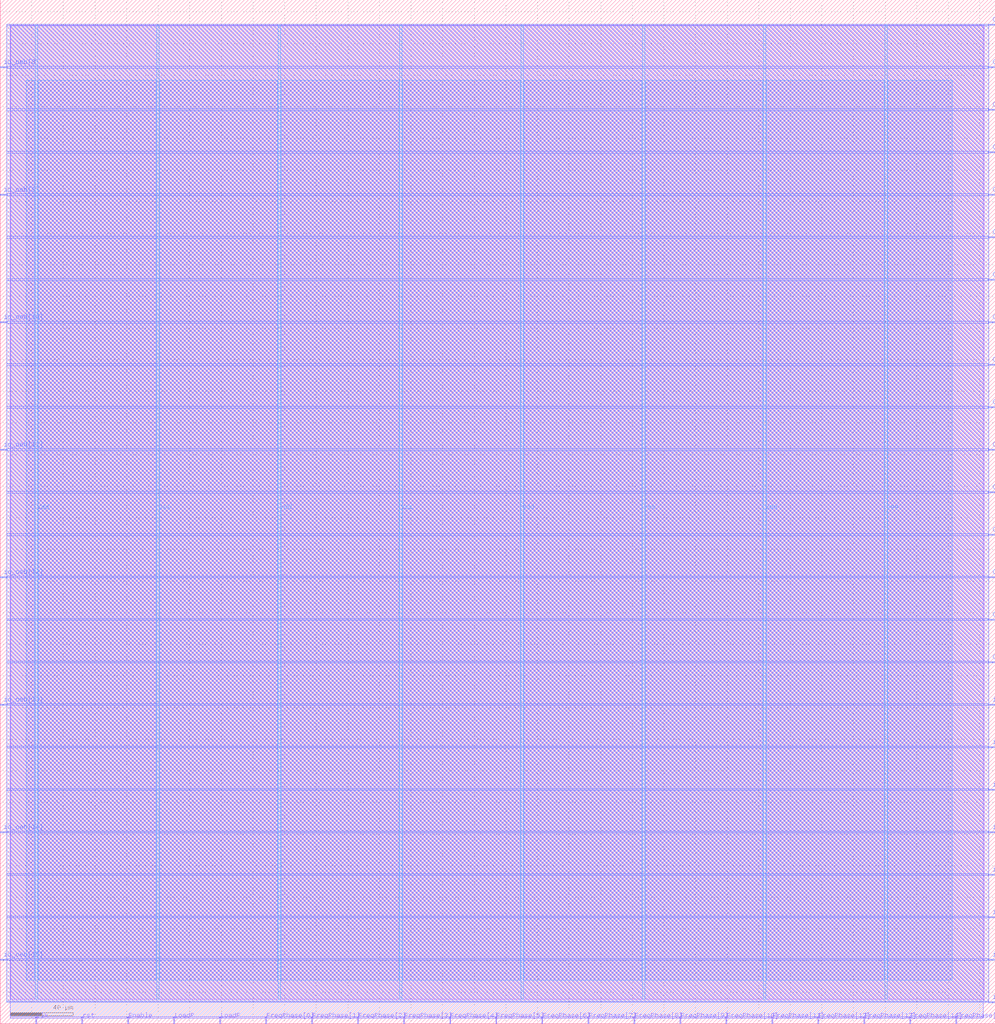
<source format=lef>
VERSION 5.7 ;
  NOWIREEXTENSIONATPIN ON ;
  DIVIDERCHAR "/" ;
  BUSBITCHARS "[]" ;
MACRO DDS_Module
  CLASS BLOCK ;
  FOREIGN DDS_Module ;
  ORIGIN 0.000 0.000 ;
  SIZE 629.660 BY 647.580 ;
  PIN Cos_Out[0]
    DIRECTION OUTPUT TRISTATE ;
    USE SIGNAL ;
    ANTENNADIFFAREA 4.731200 ;
    PORT
      LAYER Metal3 ;
        RECT 625.660 228.480 629.660 229.040 ;
    END
  END Cos_Out[0]
  PIN Cos_Out[10]
    DIRECTION OUTPUT TRISTATE ;
    USE SIGNAL ;
    ANTENNADIFFAREA 4.731200 ;
    PORT
      LAYER Metal3 ;
        RECT 625.660 497.280 629.660 497.840 ;
    END
  END Cos_Out[10]
  PIN Cos_Out[11]
    DIRECTION OUTPUT TRISTATE ;
    USE SIGNAL ;
    ANTENNADIFFAREA 4.731200 ;
    PORT
      LAYER Metal3 ;
        RECT 625.660 524.160 629.660 524.720 ;
    END
  END Cos_Out[11]
  PIN Cos_Out[12]
    DIRECTION OUTPUT TRISTATE ;
    USE SIGNAL ;
    ANTENNADIFFAREA 4.731200 ;
    PORT
      LAYER Metal3 ;
        RECT 625.660 551.040 629.660 551.600 ;
    END
  END Cos_Out[12]
  PIN Cos_Out[13]
    DIRECTION OUTPUT TRISTATE ;
    USE SIGNAL ;
    ANTENNADIFFAREA 4.731200 ;
    PORT
      LAYER Metal3 ;
        RECT 625.660 577.920 629.660 578.480 ;
    END
  END Cos_Out[13]
  PIN Cos_Out[14]
    DIRECTION OUTPUT TRISTATE ;
    USE SIGNAL ;
    ANTENNADIFFAREA 4.731200 ;
    PORT
      LAYER Metal3 ;
        RECT 625.660 604.800 629.660 605.360 ;
    END
  END Cos_Out[14]
  PIN Cos_Out[15]
    DIRECTION OUTPUT TRISTATE ;
    USE SIGNAL ;
    ANTENNADIFFAREA 4.731200 ;
    PORT
      LAYER Metal3 ;
        RECT 625.660 631.680 629.660 632.240 ;
    END
  END Cos_Out[15]
  PIN Cos_Out[1]
    DIRECTION OUTPUT TRISTATE ;
    USE SIGNAL ;
    ANTENNADIFFAREA 4.731200 ;
    PORT
      LAYER Metal3 ;
        RECT 625.660 255.360 629.660 255.920 ;
    END
  END Cos_Out[1]
  PIN Cos_Out[2]
    DIRECTION OUTPUT TRISTATE ;
    USE SIGNAL ;
    ANTENNADIFFAREA 4.731200 ;
    PORT
      LAYER Metal3 ;
        RECT 625.660 282.240 629.660 282.800 ;
    END
  END Cos_Out[2]
  PIN Cos_Out[3]
    DIRECTION OUTPUT TRISTATE ;
    USE SIGNAL ;
    ANTENNADIFFAREA 4.731200 ;
    PORT
      LAYER Metal3 ;
        RECT 625.660 309.120 629.660 309.680 ;
    END
  END Cos_Out[3]
  PIN Cos_Out[4]
    DIRECTION OUTPUT TRISTATE ;
    USE SIGNAL ;
    ANTENNADIFFAREA 4.731200 ;
    PORT
      LAYER Metal3 ;
        RECT 625.660 336.000 629.660 336.560 ;
    END
  END Cos_Out[4]
  PIN Cos_Out[5]
    DIRECTION OUTPUT TRISTATE ;
    USE SIGNAL ;
    ANTENNADIFFAREA 4.731200 ;
    PORT
      LAYER Metal3 ;
        RECT 625.660 362.880 629.660 363.440 ;
    END
  END Cos_Out[5]
  PIN Cos_Out[6]
    DIRECTION OUTPUT TRISTATE ;
    USE SIGNAL ;
    ANTENNADIFFAREA 4.731200 ;
    PORT
      LAYER Metal3 ;
        RECT 625.660 389.760 629.660 390.320 ;
    END
  END Cos_Out[6]
  PIN Cos_Out[7]
    DIRECTION OUTPUT TRISTATE ;
    USE SIGNAL ;
    ANTENNADIFFAREA 4.731200 ;
    PORT
      LAYER Metal3 ;
        RECT 625.660 416.640 629.660 417.200 ;
    END
  END Cos_Out[7]
  PIN Cos_Out[8]
    DIRECTION OUTPUT TRISTATE ;
    USE SIGNAL ;
    ANTENNADIFFAREA 4.731200 ;
    PORT
      LAYER Metal3 ;
        RECT 625.660 443.520 629.660 444.080 ;
    END
  END Cos_Out[8]
  PIN Cos_Out[9]
    DIRECTION OUTPUT TRISTATE ;
    USE SIGNAL ;
    ANTENNADIFFAREA 4.731200 ;
    PORT
      LAYER Metal3 ;
        RECT 625.660 470.400 629.660 470.960 ;
    END
  END Cos_Out[9]
  PIN Enable
    DIRECTION INPUT ;
    USE SIGNAL ;
    ANTENNAGATEAREA 0.396000 ;
    ANTENNADIFFAREA 0.410400 ;
    PORT
      LAYER Metal2 ;
        RECT 80.640 0.000 81.200 4.000 ;
    END
  END Enable
  PIN FreqPhase[0]
    DIRECTION INPUT ;
    USE SIGNAL ;
    ANTENNAGATEAREA 0.396000 ;
    ANTENNADIFFAREA 0.410400 ;
    PORT
      LAYER Metal2 ;
        RECT 168.000 0.000 168.560 4.000 ;
    END
  END FreqPhase[0]
  PIN FreqPhase[10]
    DIRECTION INPUT ;
    USE SIGNAL ;
    ANTENNAGATEAREA 0.396000 ;
    ANTENNADIFFAREA 0.410400 ;
    PORT
      LAYER Metal2 ;
        RECT 459.200 0.000 459.760 4.000 ;
    END
  END FreqPhase[10]
  PIN FreqPhase[11]
    DIRECTION INPUT ;
    USE SIGNAL ;
    ANTENNAGATEAREA 0.396000 ;
    ANTENNADIFFAREA 0.410400 ;
    PORT
      LAYER Metal2 ;
        RECT 488.320 0.000 488.880 4.000 ;
    END
  END FreqPhase[11]
  PIN FreqPhase[12]
    DIRECTION INPUT ;
    USE SIGNAL ;
    ANTENNAGATEAREA 0.396000 ;
    ANTENNADIFFAREA 0.410400 ;
    PORT
      LAYER Metal2 ;
        RECT 517.440 0.000 518.000 4.000 ;
    END
  END FreqPhase[12]
  PIN FreqPhase[13]
    DIRECTION INPUT ;
    USE SIGNAL ;
    ANTENNAGATEAREA 0.396000 ;
    ANTENNADIFFAREA 0.410400 ;
    PORT
      LAYER Metal2 ;
        RECT 546.560 0.000 547.120 4.000 ;
    END
  END FreqPhase[13]
  PIN FreqPhase[14]
    DIRECTION INPUT ;
    USE SIGNAL ;
    ANTENNAGATEAREA 0.396000 ;
    ANTENNADIFFAREA 0.410400 ;
    PORT
      LAYER Metal2 ;
        RECT 575.680 0.000 576.240 4.000 ;
    END
  END FreqPhase[14]
  PIN FreqPhase[15]
    DIRECTION INPUT ;
    USE SIGNAL ;
    PORT
      LAYER Metal2 ;
        RECT 604.800 0.000 605.360 4.000 ;
    END
  END FreqPhase[15]
  PIN FreqPhase[1]
    DIRECTION INPUT ;
    USE SIGNAL ;
    ANTENNAGATEAREA 0.396000 ;
    ANTENNADIFFAREA 0.410400 ;
    PORT
      LAYER Metal2 ;
        RECT 197.120 0.000 197.680 4.000 ;
    END
  END FreqPhase[1]
  PIN FreqPhase[2]
    DIRECTION INPUT ;
    USE SIGNAL ;
    ANTENNAGATEAREA 0.396000 ;
    ANTENNADIFFAREA 0.410400 ;
    PORT
      LAYER Metal2 ;
        RECT 226.240 0.000 226.800 4.000 ;
    END
  END FreqPhase[2]
  PIN FreqPhase[3]
    DIRECTION INPUT ;
    USE SIGNAL ;
    ANTENNAGATEAREA 0.396000 ;
    ANTENNADIFFAREA 0.410400 ;
    PORT
      LAYER Metal2 ;
        RECT 255.360 0.000 255.920 4.000 ;
    END
  END FreqPhase[3]
  PIN FreqPhase[4]
    DIRECTION INPUT ;
    USE SIGNAL ;
    ANTENNAGATEAREA 0.396000 ;
    ANTENNADIFFAREA 0.410400 ;
    PORT
      LAYER Metal2 ;
        RECT 284.480 0.000 285.040 4.000 ;
    END
  END FreqPhase[4]
  PIN FreqPhase[5]
    DIRECTION INPUT ;
    USE SIGNAL ;
    ANTENNAGATEAREA 0.396000 ;
    ANTENNADIFFAREA 0.410400 ;
    PORT
      LAYER Metal2 ;
        RECT 313.600 0.000 314.160 4.000 ;
    END
  END FreqPhase[5]
  PIN FreqPhase[6]
    DIRECTION INPUT ;
    USE SIGNAL ;
    ANTENNAGATEAREA 0.396000 ;
    ANTENNADIFFAREA 0.410400 ;
    PORT
      LAYER Metal2 ;
        RECT 342.720 0.000 343.280 4.000 ;
    END
  END FreqPhase[6]
  PIN FreqPhase[7]
    DIRECTION INPUT ;
    USE SIGNAL ;
    ANTENNAGATEAREA 0.396000 ;
    ANTENNADIFFAREA 0.410400 ;
    PORT
      LAYER Metal2 ;
        RECT 371.840 0.000 372.400 4.000 ;
    END
  END FreqPhase[7]
  PIN FreqPhase[8]
    DIRECTION INPUT ;
    USE SIGNAL ;
    ANTENNAGATEAREA 0.396000 ;
    ANTENNADIFFAREA 0.410400 ;
    PORT
      LAYER Metal2 ;
        RECT 400.960 0.000 401.520 4.000 ;
    END
  END FreqPhase[8]
  PIN FreqPhase[9]
    DIRECTION INPUT ;
    USE SIGNAL ;
    ANTENNAGATEAREA 0.396000 ;
    ANTENNADIFFAREA 0.410400 ;
    PORT
      LAYER Metal2 ;
        RECT 430.080 0.000 430.640 4.000 ;
    END
  END FreqPhase[9]
  PIN LoadF
    DIRECTION INPUT ;
    USE SIGNAL ;
    ANTENNAGATEAREA 0.396000 ;
    ANTENNADIFFAREA 0.410400 ;
    PORT
      LAYER Metal2 ;
        RECT 138.880 0.000 139.440 4.000 ;
    END
  END LoadF
  PIN LoadP
    DIRECTION INPUT ;
    USE SIGNAL ;
    ANTENNAGATEAREA 0.396000 ;
    ANTENNADIFFAREA 0.410400 ;
    PORT
      LAYER Metal2 ;
        RECT 109.760 0.000 110.320 4.000 ;
    END
  END LoadP
  PIN clk
    DIRECTION INPUT ;
    USE SIGNAL ;
    ANTENNAGATEAREA 4.738000 ;
    ANTENNADIFFAREA 0.410400 ;
    PORT
      LAYER Metal2 ;
        RECT 22.400 0.000 22.960 4.000 ;
    END
  END clk
  PIN io_oeb[0]
    DIRECTION OUTPUT TRISTATE ;
    USE SIGNAL ;
    ANTENNADIFFAREA 0.360800 ;
    PORT
      LAYER Metal3 ;
        RECT 625.660 13.440 629.660 14.000 ;
    END
  END io_oeb[0]
  PIN io_oeb[10]
    DIRECTION OUTPUT TRISTATE ;
    USE SIGNAL ;
    ANTENNADIFFAREA 0.360800 ;
    PORT
      LAYER Metal3 ;
        RECT 0.000 443.520 4.000 444.080 ;
    END
  END io_oeb[10]
  PIN io_oeb[11]
    DIRECTION OUTPUT TRISTATE ;
    USE SIGNAL ;
    ANTENNADIFFAREA 0.360800 ;
    PORT
      LAYER Metal3 ;
        RECT 0.000 362.880 4.000 363.440 ;
    END
  END io_oeb[11]
  PIN io_oeb[12]
    DIRECTION OUTPUT TRISTATE ;
    USE SIGNAL ;
    ANTENNADIFFAREA 0.360800 ;
    PORT
      LAYER Metal3 ;
        RECT 0.000 282.240 4.000 282.800 ;
    END
  END io_oeb[12]
  PIN io_oeb[13]
    DIRECTION OUTPUT TRISTATE ;
    USE SIGNAL ;
    ANTENNADIFFAREA 0.360800 ;
    PORT
      LAYER Metal3 ;
        RECT 0.000 201.600 4.000 202.160 ;
    END
  END io_oeb[13]
  PIN io_oeb[14]
    DIRECTION OUTPUT TRISTATE ;
    USE SIGNAL ;
    ANTENNADIFFAREA 0.360800 ;
    PORT
      LAYER Metal3 ;
        RECT 0.000 120.960 4.000 121.520 ;
    END
  END io_oeb[14]
  PIN io_oeb[15]
    DIRECTION OUTPUT TRISTATE ;
    USE SIGNAL ;
    ANTENNADIFFAREA 0.360800 ;
    PORT
      LAYER Metal3 ;
        RECT 0.000 40.320 4.000 40.880 ;
    END
  END io_oeb[15]
  PIN io_oeb[1]
    DIRECTION OUTPUT TRISTATE ;
    USE SIGNAL ;
    ANTENNADIFFAREA 0.360800 ;
    PORT
      LAYER Metal3 ;
        RECT 625.660 40.320 629.660 40.880 ;
    END
  END io_oeb[1]
  PIN io_oeb[2]
    DIRECTION OUTPUT TRISTATE ;
    USE SIGNAL ;
    ANTENNADIFFAREA 0.360800 ;
    PORT
      LAYER Metal3 ;
        RECT 625.660 67.200 629.660 67.760 ;
    END
  END io_oeb[2]
  PIN io_oeb[3]
    DIRECTION OUTPUT TRISTATE ;
    USE SIGNAL ;
    ANTENNADIFFAREA 0.360800 ;
    PORT
      LAYER Metal3 ;
        RECT 625.660 94.080 629.660 94.640 ;
    END
  END io_oeb[3]
  PIN io_oeb[4]
    DIRECTION OUTPUT TRISTATE ;
    USE SIGNAL ;
    ANTENNADIFFAREA 0.360800 ;
    PORT
      LAYER Metal3 ;
        RECT 625.660 120.960 629.660 121.520 ;
    END
  END io_oeb[4]
  PIN io_oeb[5]
    DIRECTION OUTPUT TRISTATE ;
    USE SIGNAL ;
    ANTENNADIFFAREA 0.360800 ;
    PORT
      LAYER Metal3 ;
        RECT 625.660 147.840 629.660 148.400 ;
    END
  END io_oeb[5]
  PIN io_oeb[6]
    DIRECTION OUTPUT TRISTATE ;
    USE SIGNAL ;
    ANTENNADIFFAREA 0.360800 ;
    PORT
      LAYER Metal3 ;
        RECT 625.660 174.720 629.660 175.280 ;
    END
  END io_oeb[6]
  PIN io_oeb[7]
    DIRECTION OUTPUT TRISTATE ;
    USE SIGNAL ;
    ANTENNADIFFAREA 0.360800 ;
    PORT
      LAYER Metal3 ;
        RECT 625.660 201.600 629.660 202.160 ;
    END
  END io_oeb[7]
  PIN io_oeb[8]
    DIRECTION OUTPUT TRISTATE ;
    USE SIGNAL ;
    ANTENNADIFFAREA 0.360800 ;
    PORT
      LAYER Metal3 ;
        RECT 0.000 604.800 4.000 605.360 ;
    END
  END io_oeb[8]
  PIN io_oeb[9]
    DIRECTION OUTPUT TRISTATE ;
    USE SIGNAL ;
    ANTENNADIFFAREA 0.360800 ;
    PORT
      LAYER Metal3 ;
        RECT 0.000 524.160 4.000 524.720 ;
    END
  END io_oeb[9]
  PIN rst
    DIRECTION INPUT ;
    USE SIGNAL ;
    ANTENNAGATEAREA 0.396000 ;
    ANTENNADIFFAREA 0.410400 ;
    PORT
      LAYER Metal2 ;
        RECT 51.520 0.000 52.080 4.000 ;
    END
  END rst
  PIN vdd
    DIRECTION INOUT ;
    USE POWER ;
    PORT
      LAYER Metal4 ;
        RECT 22.240 15.380 23.840 631.420 ;
    END
    PORT
      LAYER Metal4 ;
        RECT 175.840 15.380 177.440 631.420 ;
    END
    PORT
      LAYER Metal4 ;
        RECT 329.440 15.380 331.040 631.420 ;
    END
    PORT
      LAYER Metal4 ;
        RECT 483.040 15.380 484.640 631.420 ;
    END
  END vdd
  PIN vss
    DIRECTION INOUT ;
    USE GROUND ;
    PORT
      LAYER Metal4 ;
        RECT 99.040 15.380 100.640 631.420 ;
    END
    PORT
      LAYER Metal4 ;
        RECT 252.640 15.380 254.240 631.420 ;
    END
    PORT
      LAYER Metal4 ;
        RECT 406.240 15.380 407.840 631.420 ;
    END
    PORT
      LAYER Metal4 ;
        RECT 559.840 15.380 561.440 631.420 ;
    END
  END vss
  OBS
      LAYER Metal1 ;
        RECT 6.720 15.380 622.720 631.420 ;
      LAYER Metal2 ;
        RECT 6.300 4.300 622.020 632.150 ;
        RECT 6.300 3.500 22.100 4.300 ;
        RECT 23.260 3.500 51.220 4.300 ;
        RECT 52.380 3.500 80.340 4.300 ;
        RECT 81.500 3.500 109.460 4.300 ;
        RECT 110.620 3.500 138.580 4.300 ;
        RECT 139.740 3.500 167.700 4.300 ;
        RECT 168.860 3.500 196.820 4.300 ;
        RECT 197.980 3.500 225.940 4.300 ;
        RECT 227.100 3.500 255.060 4.300 ;
        RECT 256.220 3.500 284.180 4.300 ;
        RECT 285.340 3.500 313.300 4.300 ;
        RECT 314.460 3.500 342.420 4.300 ;
        RECT 343.580 3.500 371.540 4.300 ;
        RECT 372.700 3.500 400.660 4.300 ;
        RECT 401.820 3.500 429.780 4.300 ;
        RECT 430.940 3.500 458.900 4.300 ;
        RECT 460.060 3.500 488.020 4.300 ;
        RECT 489.180 3.500 517.140 4.300 ;
        RECT 518.300 3.500 546.260 4.300 ;
        RECT 547.420 3.500 575.380 4.300 ;
        RECT 576.540 3.500 604.500 4.300 ;
        RECT 605.660 3.500 622.020 4.300 ;
      LAYER Metal3 ;
        RECT 4.000 631.380 625.360 632.100 ;
        RECT 4.000 605.660 625.660 631.380 ;
        RECT 4.300 604.500 625.360 605.660 ;
        RECT 4.000 578.780 625.660 604.500 ;
        RECT 4.000 577.620 625.360 578.780 ;
        RECT 4.000 551.900 625.660 577.620 ;
        RECT 4.000 550.740 625.360 551.900 ;
        RECT 4.000 525.020 625.660 550.740 ;
        RECT 4.300 523.860 625.360 525.020 ;
        RECT 4.000 498.140 625.660 523.860 ;
        RECT 4.000 496.980 625.360 498.140 ;
        RECT 4.000 471.260 625.660 496.980 ;
        RECT 4.000 470.100 625.360 471.260 ;
        RECT 4.000 444.380 625.660 470.100 ;
        RECT 4.300 443.220 625.360 444.380 ;
        RECT 4.000 417.500 625.660 443.220 ;
        RECT 4.000 416.340 625.360 417.500 ;
        RECT 4.000 390.620 625.660 416.340 ;
        RECT 4.000 389.460 625.360 390.620 ;
        RECT 4.000 363.740 625.660 389.460 ;
        RECT 4.300 362.580 625.360 363.740 ;
        RECT 4.000 336.860 625.660 362.580 ;
        RECT 4.000 335.700 625.360 336.860 ;
        RECT 4.000 309.980 625.660 335.700 ;
        RECT 4.000 308.820 625.360 309.980 ;
        RECT 4.000 283.100 625.660 308.820 ;
        RECT 4.300 281.940 625.360 283.100 ;
        RECT 4.000 256.220 625.660 281.940 ;
        RECT 4.000 255.060 625.360 256.220 ;
        RECT 4.000 229.340 625.660 255.060 ;
        RECT 4.000 228.180 625.360 229.340 ;
        RECT 4.000 202.460 625.660 228.180 ;
        RECT 4.300 201.300 625.360 202.460 ;
        RECT 4.000 175.580 625.660 201.300 ;
        RECT 4.000 174.420 625.360 175.580 ;
        RECT 4.000 148.700 625.660 174.420 ;
        RECT 4.000 147.540 625.360 148.700 ;
        RECT 4.000 121.820 625.660 147.540 ;
        RECT 4.300 120.660 625.360 121.820 ;
        RECT 4.000 94.940 625.660 120.660 ;
        RECT 4.000 93.780 625.360 94.940 ;
        RECT 4.000 68.060 625.660 93.780 ;
        RECT 4.000 66.900 625.360 68.060 ;
        RECT 4.000 41.180 625.660 66.900 ;
        RECT 4.300 40.020 625.360 41.180 ;
        RECT 4.000 14.300 625.660 40.020 ;
        RECT 4.000 13.580 625.360 14.300 ;
      LAYER Metal4 ;
        RECT 16.380 27.530 21.940 596.870 ;
        RECT 24.140 27.530 98.740 596.870 ;
        RECT 100.940 27.530 175.540 596.870 ;
        RECT 177.740 27.530 252.340 596.870 ;
        RECT 254.540 27.530 329.140 596.870 ;
        RECT 331.340 27.530 405.940 596.870 ;
        RECT 408.140 27.530 482.740 596.870 ;
        RECT 484.940 27.530 559.540 596.870 ;
        RECT 561.740 27.530 602.420 596.870 ;
  END
END DDS_Module
END LIBRARY


</source>
